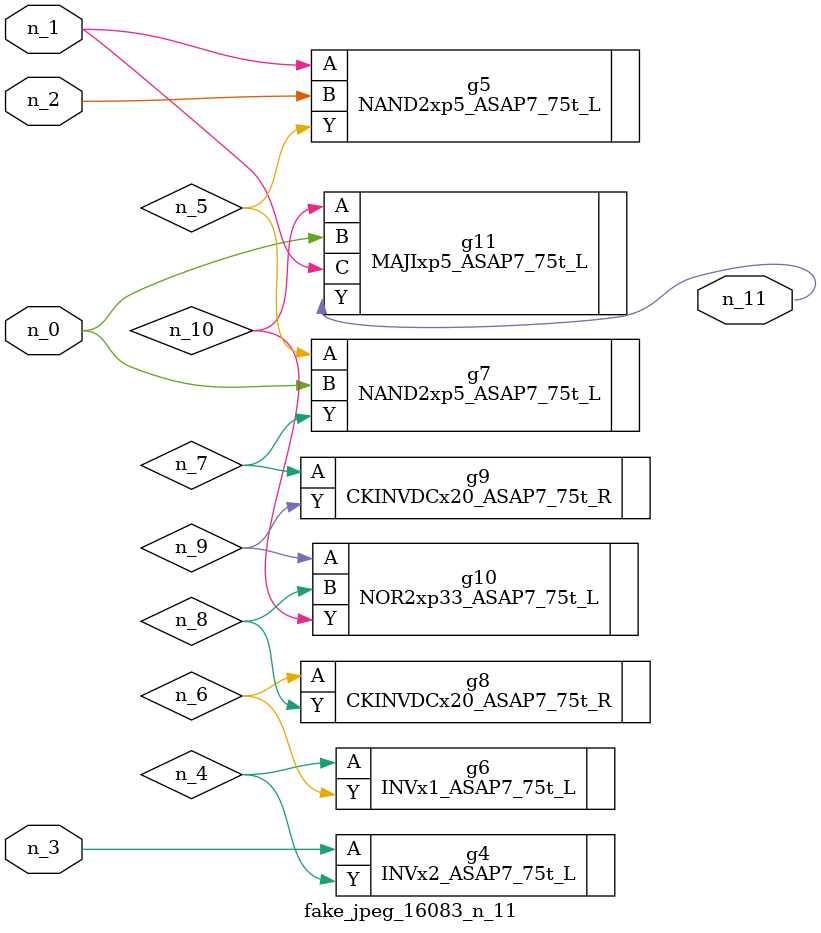
<source format=v>
module fake_jpeg_16083_n_11 (n_0, n_3, n_2, n_1, n_11);

input n_0;
input n_3;
input n_2;
input n_1;

output n_11;

wire n_10;
wire n_4;
wire n_8;
wire n_9;
wire n_6;
wire n_5;
wire n_7;

INVx2_ASAP7_75t_L g4 ( 
.A(n_3),
.Y(n_4)
);

NAND2xp5_ASAP7_75t_L g5 ( 
.A(n_1),
.B(n_2),
.Y(n_5)
);

INVx1_ASAP7_75t_L g6 ( 
.A(n_4),
.Y(n_6)
);

CKINVDCx20_ASAP7_75t_R g8 ( 
.A(n_6),
.Y(n_8)
);

NAND2xp5_ASAP7_75t_L g7 ( 
.A(n_5),
.B(n_0),
.Y(n_7)
);

CKINVDCx20_ASAP7_75t_R g9 ( 
.A(n_7),
.Y(n_9)
);

NOR2xp33_ASAP7_75t_L g10 ( 
.A(n_9),
.B(n_8),
.Y(n_10)
);

MAJIxp5_ASAP7_75t_L g11 ( 
.A(n_10),
.B(n_0),
.C(n_1),
.Y(n_11)
);


endmodule
</source>
